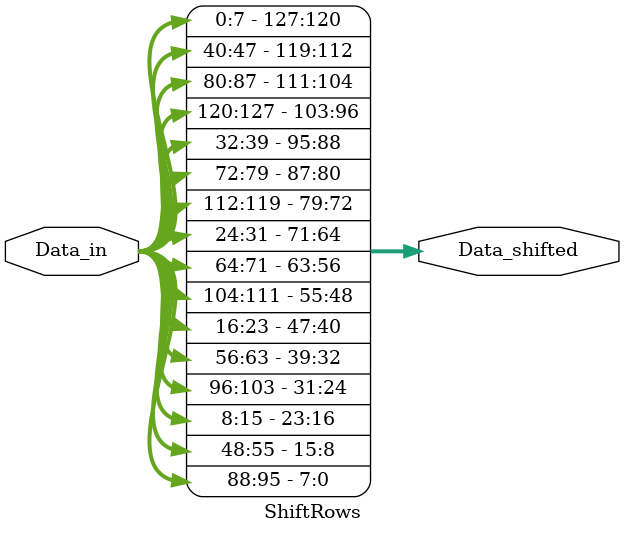
<source format=v>
module ShiftRows (
   input [0:127] Data_in,
   output [0:127] Data_shifted
);
   assign Data_shifted[0+:8] = Data_in[0+:8];    assign Data_shifted[32+:8] = Data_in[32+:8];  assign Data_shifted[64+:8] = Data_in[64+:8];  assign Data_shifted[96+:8] = Data_in[96+:8];
   
   assign Data_shifted[8+:8] = Data_in[40+:8];   assign Data_shifted[40+:8] = Data_in[72+:8];  assign Data_shifted[72+:8] = Data_in[104+:8]; assign Data_shifted[104+:8] = Data_in[8+:8];

   assign Data_shifted[16+:8] = Data_in[80+:8];  assign Data_shifted[48+:8] = Data_in[112+:8]; assign Data_shifted[80+:8] = Data_in[16+:8];  assign Data_shifted[112+:8] = Data_in[48+:8];
   
   assign Data_shifted[24+:8] = Data_in[120+:8]; assign Data_shifted[56+:8] = Data_in[24+:8];  assign Data_shifted[88+:8] = Data_in[56+:8];  assign Data_shifted[120+:8] = Data_in[88+:8];
	
endmodule


</source>
